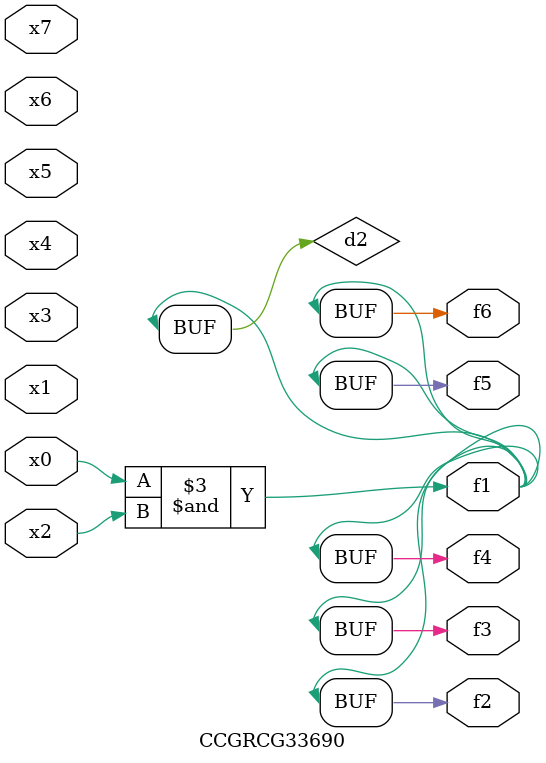
<source format=v>
module CCGRCG33690(
	input x0, x1, x2, x3, x4, x5, x6, x7,
	output f1, f2, f3, f4, f5, f6
);

	wire d1, d2;

	nor (d1, x3, x6);
	and (d2, x0, x2);
	assign f1 = d2;
	assign f2 = d2;
	assign f3 = d2;
	assign f4 = d2;
	assign f5 = d2;
	assign f6 = d2;
endmodule

</source>
